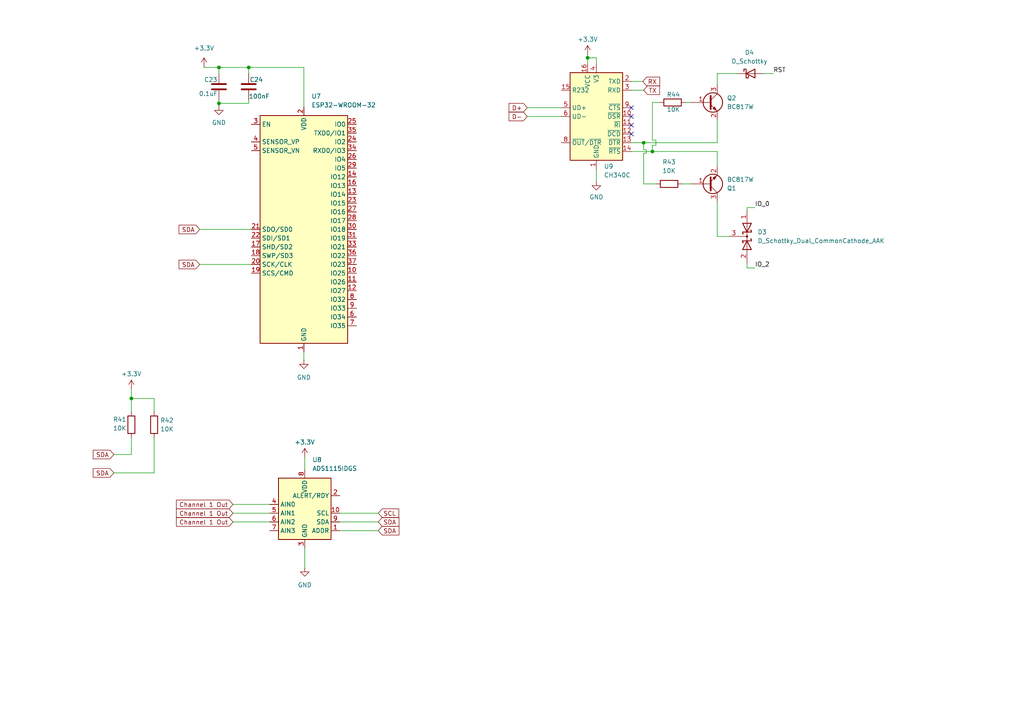
<source format=kicad_sch>
(kicad_sch (version 20231120) (generator "eeschema") (generator_version "8.0")
  (paper "A4")
  (title_block (title "MCU"))
  (lib_symbols
    (symbol "Analog_ADC:ADS1115IDGS"
      (property "Reference" "U" (at 2.54 13.97 0))
      (property "Value" "ADS1115IDGS" (at 7.62 11.43 0))
      (symbol "ADS1115IDGS_0_1"
        (rectangle (start -7.62 10.16) (end 7.62 -7.62) (stroke (width 0.254)) (fill (type background)))
      )
      (symbol "ADS1115IDGS_1_1"
        (pin input line (at 10.16 -5.08 180) (length 2.54) (name "ADDR") (number "1"))
        (pin input line (at 10.16 0 180) (length 2.54) (name "SCL") (number "10"))
        (pin output line (at 10.16 5.08 180) (length 2.54) (name "ALERT/RDY") (number "2"))
        (pin power_in line (at 0 -10.16 90) (length 2.54) (name "GND") (number "3"))
        (pin input line (at -10.16 2.54 0) (length 2.54) (name "AIN0") (number "4"))
        (pin input line (at -10.16 0 0) (length 2.54) (name "AIN1") (number "5"))
        (pin input line (at -10.16 -2.54 0) (length 2.54) (name "AIN2") (number "6"))
        (pin input line (at -10.16 -5.08 0) (length 2.54) (name "AIN3") (number "7"))
        (pin power_in line (at 0 12.7 270) (length 2.54) (name "VDD") (number "8"))
        (pin bidirectional line (at 10.16 -2.54 180) (length 2.54) (name "SDA") (number "9"))
      )
    )
    (symbol "Device:C" (pin_numbers hide) (pin_names (offset 0.254))
      (property "Reference" "C" (at 0.635 2.54 0))
      (property "Value" "C" (at 0.635 -2.54 0))
      (symbol "C_0_1"
        (polyline (pts (xy -2.032 -0.762) (xy 2.032 -0.762)) (stroke (width 0.508)))
        (polyline (pts (xy -2.032 0.762) (xy 2.032 0.762)) (stroke (width 0.508)))
      )
      (symbol "C_1_1"
        (pin passive line (at 0 3.81 270) (length 2.794) (name "~") (number "1"))
        (pin passive line (at 0 -3.81 90) (length 2.794) (name "~") (number "2"))
      )
    )
    (symbol "Device:D_Schottky" (pin_numbers hide) (pin_names (offset 1.016) hide)
      (property "Reference" "D" (at 0 2.54 0))
      (property "Value" "D_Schottky" (at 0 -2.54 0))
      (symbol "D_Schottky_0_1"
        (polyline (pts (xy 1.27 0) (xy -1.27 0)))
        (polyline (pts (xy 1.27 1.27) (xy 1.27 -1.27) (xy -1.27 0) (xy 1.27 1.27)) (stroke (width 0.254)))
        (polyline (pts (xy -1.905 0.635) (xy -1.905 1.27) (xy -1.27 1.27) (xy -1.27 -1.27) (xy -0.635 -1.27) (xy -0.635 -0.635)) (stroke (width 0.254)))
      )
      (symbol "D_Schottky_1_1"
        (pin passive line (at -3.81 0 0) (length 2.54) (name "K") (number "1"))
        (pin passive line (at 3.81 0 180) (length 2.54) (name "A") (number "2"))
      )
    )
    (symbol "Device:D_Schottky_Dual_CommonCathode_AAK" (pin_names (offset 0.762) hide)
      (property "Reference" "D" (at 1.27 -2.54 0))
      (property "Value" "D_Schottky_Dual_CommonCathode_AAK" (at 0 2.54 0))
      (symbol "D_Schottky_Dual_CommonCathode_AAK_0_1"
        (polyline (pts (xy -3.81 0) (xy 3.81 0)))
        (polyline (pts (xy 0 0) (xy 0 -2.54)))
        (polyline (pts (xy -1.27 -1.27) (xy -1.27 1.27) (xy -1.27 1.27)) (stroke (width 0.254)))
        (polyline (pts (xy 1.27 -1.27) (xy 1.27 1.27) (xy 1.27 1.27)) (stroke (width 0.254)))
        (polyline (pts (xy -1.27 -1.27) (xy -0.762 -1.27) (xy -0.762 -1.016) (xy -0.762 -1.016)) (stroke (width 0.254)))
        (polyline (pts (xy 1.27 -1.27) (xy 1.778 -1.27) (xy 1.778 -1.016) (xy 1.778 -1.016)) (stroke (width 0.254)))
        (polyline (pts (xy 1.27 1.27) (xy 0.762 1.27) (xy 0.762 1.016) (xy 0.762 1.016)) (stroke (width 0.254)))
        (polyline (pts (xy -1.778 1.016) (xy -1.778 1.27) (xy -1.27 1.27) (xy -1.27 1.27) (xy -1.27 1.27)) (stroke (width 0.254)))
        (polyline (pts (xy -3.81 1.27) (xy -1.27 0) (xy -3.81 -1.27) (xy -3.81 1.27) (xy -3.81 1.27) (xy -3.81 1.27)) (stroke (width 0.254)))
        (polyline (pts (xy 3.81 -1.27) (xy 1.27 0) (xy 3.81 1.27) (xy 3.81 -1.27) (xy 3.81 -1.27) (xy 3.81 -1.27)) (stroke (width 0.254)))
        (circle (center 0 0) (radius 0.254) (fill (type outline)))
        (pin passive line (at -7.62 0 0) (length 3.81) (name "A") (number "1"))
        (pin passive line (at 7.62 0 180) (length 3.81) (name "A") (number "2"))
        (pin passive line (at 0 -5.08 90) (length 2.54) (name "K") (number "3"))
      )
    )
    (symbol "Device:R" (pin_numbers hide) (pin_names (offset 0))
      (property "Reference" "R" (at 2.032 0 90))
      (property "Value" "R" (at 0 0 90))
      (symbol "R_0_1"
        (rectangle (start -1.016 -2.54) (end 1.016 2.54) (stroke (width 0.254)))
      )
      (symbol "R_1_1"
        (pin passive line (at 0 3.81 270) (length 1.27) (name "~") (number "1"))
        (pin passive line (at 0 -3.81 90) (length 1.27) (name "~") (number "2"))
      )
    )
    (symbol "Interface_USB:CH340C"
      (property "Reference" "U" (at -5.08 13.97 0))
      (property "Value" "CH340C" (at 1.27 13.97 0))
      (symbol "CH340C_0_1"
        (rectangle (start -7.62 12.7) (end 7.62 -12.7) (stroke (width 0.254)) (fill (type background)))
      )
      (symbol "CH340C_1_1"
        (pin power_in line (at 0 -15.24 90) (length 2.54) (name "GND") (number "1"))
        (pin input line (at 10.16 0 180) (length 2.54) (name "~{DSR}") (number "10"))
        (pin input line (at 10.16 -2.54 180) (length 2.54) (name "~{RI}") (number "11"))
        (pin input line (at 10.16 -5.08 180) (length 2.54) (name "~{DCD}") (number "12"))
        (pin output line (at 10.16 -7.62 180) (length 2.54) (name "~{DTR}") (number "13"))
        (pin output line (at 10.16 -10.16 180) (length 2.54) (name "~{RTS}") (number "14"))
        (pin input line (at -10.16 7.62 0) (length 2.54) (name "R232") (number "15"))
        (pin power_in line (at -2.54 15.24 270) (length 2.54) (name "VCC") (number "16"))
        (pin output line (at 10.16 10.16 180) (length 2.54) (name "TXD") (number "2"))
        (pin input line (at 10.16 7.62 180) (length 2.54) (name "RXD") (number "3"))
        (pin power_out line (at 0 15.24 270) (length 2.54) (name "V3") (number "4"))
        (pin bidirectional line (at -10.16 2.54 0) (length 2.54) (name "UD+") (number "5"))
        (pin bidirectional line (at -10.16 0 0) (length 2.54) (name "UD-") (number "6"))
        (pin no_connect line (at -7.62 -5.08 0) (length 2.54) hide (name "NC") (number "7"))
        (pin output line (at -10.16 -7.62 0) (length 2.54) (name "~{OUT}/~{DTR}") (number "8"))
        (pin input line (at 10.16 2.54 180) (length 2.54) (name "~{CTS}") (number "9"))
      )
    )
    (symbol "RF_Module:ESP32-WROOM-32"
      (property "Reference" "U" (at -12.7 34.29 0))
      (property "Value" "ESP32-WROOM-32" (at 1.27 34.29 0))
      (symbol "ESP32-WROOM-32_0_1"
        (rectangle (start -12.7 33.02) (end 12.7 -33.02) (stroke (width 0.254)) (fill (type background)))
      )
      (symbol "ESP32-WROOM-32_1_1"
        (pin power_in line (at 0 -35.56 90) (length 2.54) (name "GND") (number "1"))
        (pin bidirectional line (at 15.24 -12.7 180) (length 2.54) (name "IO25") (number "10"))
        (pin bidirectional line (at 15.24 -15.24 180) (length 2.54) (name "IO26") (number "11"))
        (pin bidirectional line (at 15.24 -17.78 180) (length 2.54) (name "IO27") (number "12"))
        (pin bidirectional line (at 15.24 10.16 180) (length 2.54) (name "IO14") (number "13"))
        (pin bidirectional line (at 15.24 15.24 180) (length 2.54) (name "IO12") (number "14"))
        (pin passive line (at 0 -35.56 90) (length 2.54) hide (name "GND") (number "15"))
        (pin bidirectional line (at 15.24 12.7 180) (length 2.54) (name "IO13") (number "16"))
        (pin bidirectional line (at -15.24 -5.08 0) (length 2.54) (name "SHD/SD2") (number "17"))
        (pin bidirectional line (at -15.24 -7.62 0) (length 2.54) (name "SWP/SD3") (number "18"))
        (pin bidirectional line (at -15.24 -12.7 0) (length 2.54) (name "SCS/CMD") (number "19"))
        (pin power_in line (at 0 35.56 270) (length 2.54) (name "VDD") (number "2"))
        (pin bidirectional line (at -15.24 -10.16 0) (length 2.54) (name "SCK/CLK") (number "20"))
        (pin bidirectional line (at -15.24 0 0) (length 2.54) (name "SDO/SD0") (number "21"))
        (pin bidirectional line (at -15.24 -2.54 0) (length 2.54) (name "SDI/SD1") (number "22"))
        (pin bidirectional line (at 15.24 7.62 180) (length 2.54) (name "IO15") (number "23"))
        (pin bidirectional line (at 15.24 25.4 180) (length 2.54) (name "IO2") (number "24"))
        (pin bidirectional line (at 15.24 30.48 180) (length 2.54) (name "IO0") (number "25"))
        (pin bidirectional line (at 15.24 20.32 180) (length 2.54) (name "IO4") (number "26"))
        (pin bidirectional line (at 15.24 5.08 180) (length 2.54) (name "IO16") (number "27"))
        (pin bidirectional line (at 15.24 2.54 180) (length 2.54) (name "IO17") (number "28"))
        (pin bidirectional line (at 15.24 17.78 180) (length 2.54) (name "IO5") (number "29"))
        (pin input line (at -15.24 30.48 0) (length 2.54) (name "EN") (number "3"))
        (pin bidirectional line (at 15.24 0 180) (length 2.54) (name "IO18") (number "30"))
        (pin bidirectional line (at 15.24 -2.54 180) (length 2.54) (name "IO19") (number "31"))
        (pin no_connect line (at -12.7 -27.94 0) (length 2.54) hide (name "NC") (number "32"))
        (pin bidirectional line (at 15.24 -5.08 180) (length 2.54) (name "IO21") (number "33"))
        (pin bidirectional line (at 15.24 22.86 180) (length 2.54) (name "RXD0/IO3") (number "34"))
        (pin bidirectional line (at 15.24 27.94 180) (length 2.54) (name "TXD0/IO1") (number "35"))
        (pin bidirectional line (at 15.24 -7.62 180) (length 2.54) (name "IO22") (number "36"))
        (pin bidirectional line (at 15.24 -10.16 180) (length 2.54) (name "IO23") (number "37"))
        (pin passive line (at 0 -35.56 90) (length 2.54) hide (name "GND") (number "38"))
        (pin passive line (at 0 -35.56 90) (length 2.54) hide (name "GND") (number "39"))
        (pin input line (at -15.24 25.4 0) (length 2.54) (name "SENSOR_VP") (number "4"))
        (pin input line (at -15.24 22.86 0) (length 2.54) (name "SENSOR_VN") (number "5"))
        (pin input line (at 15.24 -25.4 180) (length 2.54) (name "IO34") (number "6"))
        (pin input line (at 15.24 -27.94 180) (length 2.54) (name "IO35") (number "7"))
        (pin bidirectional line (at 15.24 -20.32 180) (length 2.54) (name "IO32") (number "8"))
        (pin bidirectional line (at 15.24 -22.86 180) (length 2.54) (name "IO33") (number "9"))
      )
    )
    (symbol "Transistor_BJT:BC817W" (pin_names (offset 0) hide)
      (property "Reference" "Q" (at 5.08 1.905 0))
      (property "Value" "BC817W" (at 5.08 0 0))
      (symbol "BC817W_0_1"
        (polyline (pts (xy 0.635 0.635) (xy 2.54 2.54)))
        (polyline (pts (xy 0.635 -0.635) (xy 2.54 -2.54) (xy 2.54 -2.54)))
        (polyline (pts (xy 0.635 1.905) (xy 0.635 -1.905) (xy 0.635 -1.905)) (stroke (width 0.508)))
        (polyline (pts (xy 1.27 -1.778) (xy 1.778 -1.27) (xy 2.286 -2.286) (xy 1.27 -1.778) (xy 1.27 -1.778)) (fill (type outline)))
        (circle (center 1.27 0) (radius 2.8194) (stroke (width 0.254)))
      )
      (symbol "BC817W_1_1"
        (pin input line (at -5.08 0 0) (length 5.715) (name "B") (number "1"))
        (pin passive line (at 2.54 -5.08 90) (length 2.54) (name "E") (number "2"))
        (pin passive line (at 2.54 5.08 270) (length 2.54) (name "C") (number "3"))
      )
    )
    (symbol "power:+3.3V" (power) (pin_numbers hide) (pin_names (offset 0) hide)
      (property "Value" "+3.3V" (at 0 3.556 0))
      (symbol "+3.3V_0_1"
        (polyline (pts (xy -0.762 1.27) (xy 0 2.54)))
        (polyline (pts (xy 0 0) (xy 0 2.54)))
        (polyline (pts (xy 0 2.54) (xy 0.762 1.27)))
      )
      (symbol "+3.3V_1_1"
        (pin power_in line (at 0 0 90) (length 0) (name "~") (number "1"))
      )
    )
    (symbol "power:GND" (power) (pin_numbers hide) (pin_names (offset 0) hide)
      (property "Value" "GND" (at 0 -3.81 0))
      (symbol "GND_0_1"
        (polyline (pts (xy 0 0) (xy 0 -1.27) (xy 1.27 -1.27) (xy 0 -2.54) (xy -1.27 -1.27) (xy 0 -1.27)))
      )
      (symbol "GND_1_1"
        (pin power_in line (at 0 0 270) (length 0) (name "~") (number "1"))
      )
    )
  )
  (junction (at 63.5 19.558))
  (junction (at 63.5 29.972))
  (junction (at 189.23 43.942))
  (junction (at 72.136 19.558))
  (junction (at 170.434 16.764))
  (junction (at 38.1 115.57))
  (junction (at 186.69 41.402))
  (no_connect (at 183.134 38.862))
  (no_connect (at 183.134 36.322))
  (no_connect (at 183.134 31.242))
  (no_connect (at 183.134 33.782))
  (wire (pts (xy 152.908 31.242) (xy 162.814 31.242)))
  (wire (pts (xy 67.564 146.304) (xy 78.232 146.304)))
  (wire (pts (xy 186.69 41.402) (xy 208.026 41.402)))
  (wire (pts (xy 183.134 41.402) (xy 186.69 41.402)))
  (wire (pts (xy 88.138 102.108) (xy 88.138 104.394)))
  (wire (pts (xy 189.23 40.64) (xy 190.246 40.64)))
  (wire (pts (xy 38.1 131.826) (xy 33.02 131.826)))
  (wire (pts (xy 72.136 19.558) (xy 88.138 19.558)))
  (wire (pts (xy 198.882 29.718) (xy 200.406 29.718)))
  (wire (pts (xy 190.246 53.34) (xy 186.69 53.34)))
  (wire (pts (xy 197.866 53.34) (xy 200.406 53.34)))
  (wire (pts (xy 88.138 19.558) (xy 88.138 30.988)))
  (wire (pts (xy 221.488 21.336) (xy 224.282 21.336)))
  (wire (pts (xy 98.552 148.844) (xy 109.728 148.844)))
  (wire (pts (xy 72.136 29.972) (xy 63.5 29.972)))
  (wire (pts (xy 63.5 21.336) (xy 63.5 19.558)))
  (wire (pts (xy 216.662 76.2) (xy 216.662 77.724)))
  (wire (pts (xy 172.974 49.022) (xy 172.974 52.578)))
  (wire (pts (xy 88.392 159.004) (xy 88.392 164.592)))
  (wire (pts (xy 170.434 16.764) (xy 170.434 18.542)))
  (wire (pts (xy 208.026 68.58) (xy 211.582 68.58)))
  (wire (pts (xy 88.392 132.588) (xy 88.392 136.144)))
  (wire (pts (xy 189.23 29.718) (xy 189.23 40.64)))
  (wire (pts (xy 67.564 151.384) (xy 78.232 151.384)))
  (wire (pts (xy 189.23 43.942) (xy 183.134 43.942)))
  (wire (pts (xy 44.704 119.38) (xy 44.704 115.57)))
  (wire (pts (xy 59.182 19.304) (xy 59.182 19.558)))
  (wire (pts (xy 190.246 40.64) (xy 190.246 42.164)))
  (wire (pts (xy 170.434 15.748) (xy 170.434 16.764)))
  (wire (pts (xy 152.908 33.782) (xy 162.814 33.782)))
  (wire (pts (xy 187.452 44.45) (xy 187.452 43.434)))
  (wire (pts (xy 216.662 60.198) (xy 218.948 60.198)))
  (wire (pts (xy 183.134 23.622) (xy 186.436 23.622)))
  (wire (pts (xy 38.1 127) (xy 38.1 131.826)))
  (wire (pts (xy 216.662 60.96) (xy 216.662 60.198)))
  (wire (pts (xy 63.5 28.956) (xy 63.5 29.972)))
  (wire (pts (xy 208.026 24.638) (xy 208.026 21.336)))
  (wire (pts (xy 67.564 148.844) (xy 78.232 148.844)))
  (wire (pts (xy 57.912 66.548) (xy 72.898 66.548)))
  (wire (pts (xy 172.974 16.764) (xy 170.434 16.764)))
  (wire (pts (xy 72.136 19.558) (xy 72.136 21.336)))
  (wire (pts (xy 63.5 19.558) (xy 72.136 19.558)))
  (wire (pts (xy 38.1 115.57) (xy 38.1 119.38)))
  (wire (pts (xy 208.026 48.26) (xy 208.026 43.942)))
  (wire (pts (xy 98.552 153.924) (xy 109.728 153.924)))
  (wire (pts (xy 57.912 76.708) (xy 72.898 76.708)))
  (wire (pts (xy 44.704 115.57) (xy 38.1 115.57)))
  (wire (pts (xy 208.026 43.942) (xy 189.23 43.942)))
  (wire (pts (xy 208.026 58.42) (xy 208.026 68.58)))
  (wire (pts (xy 59.182 19.558) (xy 63.5 19.558)))
  (wire (pts (xy 33.02 137.16) (xy 44.704 137.16)))
  (wire (pts (xy 98.552 151.384) (xy 109.728 151.384)))
  (wire (pts (xy 72.136 28.956) (xy 72.136 29.972)))
  (wire (pts (xy 190.246 42.164) (xy 189.23 42.164)))
  (wire (pts (xy 189.23 42.164) (xy 189.23 43.942)))
  (wire (pts (xy 216.662 77.724) (xy 218.948 77.724)))
  (wire (pts (xy 63.5 29.972) (xy 63.5 30.734)))
  (wire (pts (xy 191.262 29.718) (xy 189.23 29.718)))
  (wire (pts (xy 187.452 43.434) (xy 186.69 43.434)))
  (wire (pts (xy 208.026 21.336) (xy 213.868 21.336)))
  (wire (pts (xy 186.69 43.434) (xy 186.69 41.402)))
  (wire (pts (xy 208.026 41.402) (xy 208.026 34.798)))
  (wire (pts (xy 38.1 112.776) (xy 38.1 115.57)))
  (wire (pts (xy 44.704 137.16) (xy 44.704 127)))
  (wire (pts (xy 186.69 44.45) (xy 187.452 44.45)))
  (wire (pts (xy 172.974 18.542) (xy 172.974 16.764)))
  (wire (pts (xy 183.134 26.162) (xy 186.69 26.162)))
  (wire (pts (xy 186.69 53.34) (xy 186.69 44.45)))
  (label "RST" (at 224.282 21.336 0))
  (label "IO_2" (at 218.948 77.724 0))
  (label "IO_0" (at 218.948 60.198 0))
  (global_label "SDA" (shape input) (at 57.912 66.548 180) (property "Intersheetrefs" "${INTERSHEET_REFS}" (effects (hide yes))))
  (global_label "SDA" (shape input) (at 33.02 131.826 180) (property "Intersheetrefs" "${INTERSHEET_REFS}" (effects (hide yes))))
  (global_label "RX" (shape input) (at 186.436 23.622 0) (property "Intersheetrefs" "${INTERSHEET_REFS}" (effects (hide yes))))
  (global_label "Channel 1 Out" (shape input) (at 67.564 151.384 180) (property "Intersheetrefs" "${INTERSHEET_REFS}" (effects (hide yes))))
  (global_label "SDA" (shape input) (at 109.728 153.924 0) (property "Intersheetrefs" "${INTERSHEET_REFS}" (effects (hide yes))))
  (global_label "SDA" (shape input) (at 57.912 76.708 180) (property "Intersheetrefs" "${INTERSHEET_REFS}" (effects (hide yes))))
  (global_label "D-" (shape input) (at 152.908 33.782 180) (property "Intersheetrefs" "${INTERSHEET_REFS}" (effects (hide yes))))
  (global_label "SCL" (shape input) (at 109.728 148.844 0) (property "Intersheetrefs" "${INTERSHEET_REFS}" (effects (hide yes))))
  (global_label "SDA" (shape input) (at 109.728 151.384 0) (property "Intersheetrefs" "${INTERSHEET_REFS}" (effects (hide yes))))
  (global_label "TX" (shape input) (at 186.69 26.162 0) (property "Intersheetrefs" "${INTERSHEET_REFS}" (effects (hide yes))))
  (global_label "Channel 1 Out" (shape input) (at 67.564 148.844 180) (property "Intersheetrefs" "${INTERSHEET_REFS}" (effects (hide yes))))
  (global_label "SDA" (shape input) (at 33.02 137.16 180) (property "Intersheetrefs" "${INTERSHEET_REFS}" (effects (hide yes))))
  (global_label "Channel 1 Out" (shape input) (at 67.564 146.304 180) (property "Intersheetrefs" "${INTERSHEET_REFS}" (effects (hide yes))))
  (global_label "D+" (shape input) (at 152.908 31.242 180) (property "Intersheetrefs" "${INTERSHEET_REFS}" (effects (hide yes))))
  (symbol (lib_id "Interface_USB:CH340C") (at 172.974 33.782 0) (unit 1)
    (property "Reference" "U9" (at 175.1681 48.26 0) (effects (justify left)))
    (property "Value" "CH340C" (at 175.1681 50.8 0) (effects (justify left)))
    (property "Footprint" "Package_SO:SOIC-16_3.9x9.9mm_P1.27mm" (effects (hide yes)))
    (property "Datasheet" "https://datasheet.lcsc.com/szlcsc/Jiangsu-Qin-Heng-CH340C_C84681.pdf" (effects (hide yes)))
    (property "Description" "USB serial converter, UART, SOIC-16" (effects (hide yes)))
  )
  (symbol (lib_id "Transistor_BJT:BC817W") (at 205.486 29.718 0) (unit 1)
    (property "Reference" "Q2" (at 210.82 28.4479 0) (effects (justify left)))
    (property "Value" "BC817W" (at 210.82 30.9879 0) (effects (justify left)))
    (property "Footprint" "Package_TO_SOT_SMD:SOT-323_SC-70" (effects (hide yes)))
    (property "Datasheet" "https://www.onsemi.com/pub/Collateral/BC818-D.pdf" (effects (hide yes)))
    (property "Description" "0.8A Ic, 45V Vce, NPN Transistor, SOT-323" (effects (hide yes)))
  )
  (symbol (lib_id "Device:R") (at 44.704 123.19 0) (unit 1)
    (property "Reference" "R42" (at 46.482 121.9199 0) (effects (justify left)))
    (property "Value" "10K" (at 46.482 124.4599 0) (effects (justify left)))
    (property "Footprint" "Resistor_SMD:R_0402_1005Metric" (effects (hide yes)))
    (property "Description" "Resistor" (effects (hide yes)))
  )
  (symbol (lib_id "power:GND") (at 172.974 52.578 0) (unit 1)
    (property "Reference" "#PWR033" (effects (hide yes)))
    (property "Value" "GND" (at 172.974 57.15 0))
    (property "Description" "Power symbol creates a global label with name \"GND\" , ground" (effects (hide yes)))
  )
  (symbol (lib_id "Device:R") (at 195.072 29.718 90) (unit 1)
    (property "Reference" "R44" (at 195.326 27.432 90))
    (property "Value" "10K" (at 195.326 31.75 90))
    (property "Footprint" "Resistor_SMD:R_0402_1005Metric" (effects (hide yes)))
    (property "Description" "Resistor" (effects (hide yes)))
  )
  (symbol (lib_id "Device:C") (at 72.136 25.146 0) (unit 1)
    (property "Reference" "C24" (at 72.39 23.114 0) (effects (justify left)))
    (property "Value" "100nF" (at 72.136 27.94 0) (effects (justify left)))
    (property "Footprint" "Capacitor_SMD:C_0603_1608Metric" (effects (hide yes)))
    (property "Description" "Unpolarized capacitor" (effects (hide yes)))
  )
  (symbol (lib_id "power:GND") (at 88.138 104.394 0) (unit 1)
    (property "Reference" "#PWR019" (effects (hide yes)))
    (property "Value" "GND" (at 88.138 109.474 0))
    (property "Description" "Power symbol creates a global label with name \"GND\" , ground" (effects (hide yes)))
  )
  (symbol (lib_id "RF_Module:ESP32-WROOM-32") (at 88.138 66.548 0) (unit 1)
    (property "Reference" "U7" (at 90.3321 27.94 0) (effects (justify left)))
    (property "Value" "ESP32-WROOM-32" (at 90.3321 30.48 0) (effects (justify left)))
    (property "Footprint" "RF_Module:ESP32-WROOM-32" (effects (hide yes)))
    (property "Datasheet" "https://www.espressif.com/sites/default/files/documentation/esp32-wroom-32_datasheet_en.pdf" (effects (hide yes)))
    (property "Description" "RF Module, ESP32-D0WDQ6 SoC, Wi-Fi 802.11b/g/n, Bluetooth, BLE, 32-bit, 2.7-3.6V, onboard antenna, SMD" (effects (hide yes)))
  )
  (symbol (lib_id "power:+3.3V") (at 59.182 19.304 0) (unit 1)
    (property "Reference" "#PWR026" (effects (hide yes)))
    (property "Value" "+3.3V" (at 59.182 13.97 0))
    (property "Description" "Power symbol creates a global label with name \"+3.3V\"" (effects (hide yes)))
  )
  (symbol (lib_id "Transistor_BJT:BC817W") (at 205.486 53.34 0) (mirror x) (unit 1)
    (property "Reference" "Q1" (at 210.82 54.6101 0) (effects (justify left)))
    (property "Value" "BC817W" (at 210.82 52.0701 0) (effects (justify left)))
    (property "Footprint" "Package_TO_SOT_SMD:SOT-323_SC-70" (effects (hide yes)))
    (property "Datasheet" "https://www.onsemi.com/pub/Collateral/BC818-D.pdf" (effects (hide yes)))
    (property "Description" "0.8A Ic, 45V Vce, NPN Transistor, SOT-323" (effects (hide yes)))
  )
  (symbol (lib_id "Device:D_Schottky") (at 217.678 21.336 0) (unit 1)
    (property "Reference" "D4" (at 217.3605 15.24 0))
    (property "Value" "D_Schottky" (at 217.3605 17.78 0))
    (property "Description" "Schottky diode" (effects (hide yes)))
  )
  (symbol (lib_id "Device:C") (at 63.5 25.146 0) (unit 1)
    (property "Reference" "C23" (at 59.182 23.114 0) (effects (justify left)))
    (property "Value" "0.1uF" (at 57.658 27.178 0) (effects (justify left)))
    (property "Footprint" "Capacitor_SMD:C_0603_1608Metric" (effects (hide yes)))
    (property "Description" "Unpolarized capacitor" (effects (hide yes)))
  )
  (symbol (lib_id "Device:R") (at 38.1 123.19 0) (unit 1)
    (property "Reference" "R41" (at 32.766 121.666 0) (effects (justify left)))
    (property "Value" "10K" (at 32.766 124.206 0) (effects (justify left)))
    (property "Footprint" "Resistor_SMD:R_0402_1005Metric" (effects (hide yes)))
    (property "Description" "Resistor" (effects (hide yes)))
  )
  (symbol (lib_id "power:+3.3V") (at 170.434 15.748 0) (unit 1)
    (property "Reference" "#PWR034" (effects (hide yes)))
    (property "Value" "+3.3V" (at 170.434 11.43 0))
    (property "Description" "Power symbol creates a global label with name \"+3.3V\"" (effects (hide yes)))
  )
  (symbol (lib_id "power:+3.3V") (at 88.392 132.588 0) (unit 1)
    (property "Reference" "#PWR031" (effects (hide yes)))
    (property "Value" "+3.3V" (at 88.392 128.27 0))
    (property "Description" "Power symbol creates a global label with name \"+3.3V\"" (effects (hide yes)))
  )
  (symbol (lib_id "power:GND") (at 63.5 30.734 0) (unit 1)
    (property "Reference" "#PWR029" (effects (hide yes)))
    (property "Value" "GND" (at 63.5 35.56 0))
    (property "Description" "Power symbol creates a global label with name \"GND\" , ground" (effects (hide yes)))
  )
  (symbol (lib_id "Device:D_Schottky_Dual_CommonCathode_AAK") (at 216.662 68.58 270) (unit 1)
    (property "Reference" "D3" (at 219.71 67.3099 90) (effects (justify left)))
    (property "Value" "D_Schottky_Dual_CommonCathode_AAK" (at 219.71 69.8499 90) (effects (justify left)))
    (property "Description" "Dual Schottky diode, common cathode on pin 3" (effects (hide yes)))
  )
  (symbol (lib_id "Analog_ADC:ADS1115IDGS") (at 88.392 148.844 0) (unit 1)
    (property "Reference" "U8" (at 90.5861 133.35 0) (effects (justify left)))
    (property "Value" "ADS1115IDGS" (at 90.5861 135.89 0) (effects (justify left)))
    (property "Footprint" "Package_SO:TSSOP-10_3x3mm_P0.5mm" (effects (hide yes)))
    (property "Datasheet" "http://www.ti.com/lit/ds/symlink/ads1113.pdf" (effects (hide yes)))
    (property "Description" "Ultra-Small, Low-Power, I2C-Compatible, 860-SPS, 16-Bit ADCs With Internal Reference, Oscillator, and Programmable Comparator, VSSOP-10" (effects (hide yes)))
  )
  (symbol (lib_id "Device:R") (at 194.056 53.34 90) (unit 1)
    (property "Reference" "R43" (at 194.056 46.99 90))
    (property "Value" "10K" (at 194.056 49.53 90))
    (property "Footprint" "Resistor_SMD:R_0402_1005Metric" (effects (hide yes)))
    (property "Description" "Resistor" (effects (hide yes)))
  )
  (symbol (lib_id "power:GND") (at 88.392 164.592 0) (unit 1)
    (property "Reference" "#PWR030" (effects (hide yes)))
    (property "Value" "GND" (at 88.392 169.672 0))
    (property "Description" "Power symbol creates a global label with name \"GND\" , ground" (effects (hide yes)))
  )
  (symbol (lib_id "power:+3.3V") (at 38.1 112.776 0) (unit 1)
    (property "Reference" "#PWR032" (effects (hide yes)))
    (property "Value" "+3.3V" (at 38.1 108.458 0))
    (property "Description" "Power symbol creates a global label with name \"+3.3V\"" (effects (hide yes)))
  )
)
</source>
